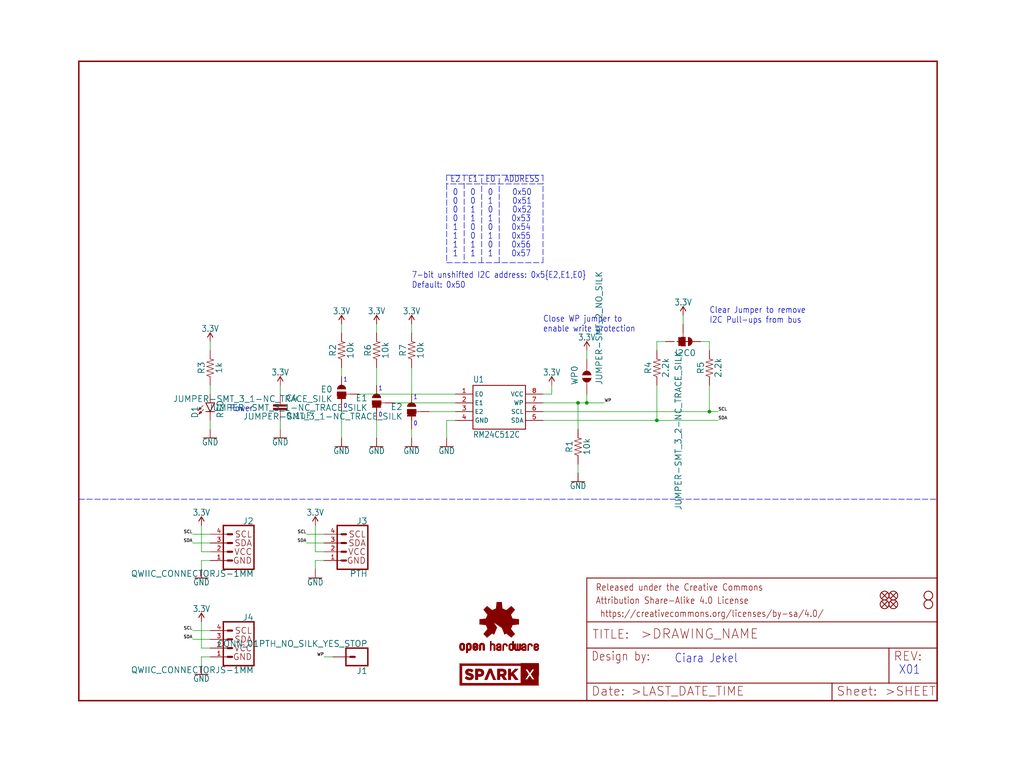
<source format=kicad_sch>
(kicad_sch (version 20211123) (generator eeschema)
  (paper "User" 297.002 223.926)
  (lib_symbols
    (symbol "eagleSchem-eagle-import:0.1UF-0603-25V-(+80{slash}-20%)"
      (property "Reference" "C" (at 1.524 2.921 0))
      (property "Value" "0.1UF-0603-25V-(+80{slash}-20%)" (at 1.524 -2.159 0))
      (symbol "0.1UF-0603-25V-(+80{slash}-20%)_1_0"
        (pin passive line (at 0 5.08 270) (length 2.54) (name "1") (number "1"))
        (pin passive line (at 0 -2.54 90) (length 2.54) (name "2") (number "2"))
      )
    )
    (symbol "eagleSchem-eagle-import:10KOHM-0603-1{slash}10W-1%"
      (property "Reference" "R" (at 0 1.524 0))
      (property "Value" "10KOHM-0603-1{slash}10W-1%" (at 0 -1.524 0))
      (symbol "10KOHM-0603-1{slash}10W-1%_1_0"
        (pin passive line (at -5.08 0 0) (length 2.54) (name "1") (number "1"))
        (pin passive line (at 5.08 0 180) (length 2.54) (name "2") (number "2"))
      )
    )
    (symbol "eagleSchem-eagle-import:1KOHM-0603-1{slash}10W-1%"
      (property "Reference" "R" (at 0 1.524 0))
      (property "Value" "1KOHM-0603-1{slash}10W-1%" (at 0 -1.524 0))
      (symbol "1KOHM-0603-1{slash}10W-1%_1_0"
        (pin passive line (at -5.08 0 0) (length 2.54) (name "1") (number "1"))
        (pin passive line (at 5.08 0 180) (length 2.54) (name "2") (number "2"))
      )
    )
    (symbol "eagleSchem-eagle-import:2.2KOHM-0603-1{slash}10W-1%"
      (property "Reference" "R" (at 0 1.524 0))
      (property "Value" "2.2KOHM-0603-1{slash}10W-1%" (at 0 -1.524 0))
      (symbol "2.2KOHM-0603-1{slash}10W-1%_1_0"
        (pin passive line (at -5.08 0 0) (length 2.54) (name "1") (number "1"))
        (pin passive line (at 5.08 0 180) (length 2.54) (name "2") (number "2"))
      )
    )
    (symbol "eagleSchem-eagle-import:3.3V" (power)
      (property "Value" "3.3V" (at 0 2.794 0))
      (symbol "3.3V_1_0"
        (pin power_in line (at 0 0 90) (length 2.54) (name "3.3V") (number "1"))
      )
    )
    (symbol "eagleSchem-eagle-import:CONN_01PTH_NO_SILK_YES_STOP"
      (property "Reference" "J" (at -2.54 3.048 0))
      (property "Value" "CONN_01PTH_NO_SILK_YES_STOP" (at -2.54 -4.826 0))
      (symbol "CONN_01PTH_NO_SILK_YES_STOP_1_0"
        (pin passive line (at 7.62 0 180) (length 5.08) (name "1") (number "1"))
      )
    )
    (symbol "eagleSchem-eagle-import:FIDUCIALUFIDUCIAL")
    (symbol "eagleSchem-eagle-import:FRAME-LETTER"
      (symbol "FRAME-LETTER_2_0"
        (text " https://creativecommons.org/licenses/by-sa/4.0/" (at 2.54 24.13 0) (effects (font (size 1.9304 1.6408)) (justify left bottom)))
        (text ">DRAWING_NAME" (at 15.494 17.78 0) (effects (font (size 2.7432 2.7432)) (justify left bottom)))
        (text ">LAST_DATE_TIME" (at 12.7 1.27 0) (effects (font (size 2.54 2.54)) (justify left bottom)))
        (text ">SHEET" (at 86.36 1.27 0) (effects (font (size 2.54 2.54)) (justify left bottom)))
        (text "Attribution Share-Alike 4.0 License" (at 2.54 27.94 0) (effects (font (size 1.9304 1.6408)) (justify left bottom)))
        (text "Date:" (at 1.27 1.27 0) (effects (font (size 2.54 2.54)) (justify left bottom)))
        (text "Design by:" (at 1.27 11.43 0) (effects (font (size 2.54 2.159)) (justify left bottom)))
        (text "Released under the Creative Commons" (at 2.54 31.75 0) (effects (font (size 1.9304 1.6408)) (justify left bottom)))
        (text "REV:" (at 88.9 11.43 0) (effects (font (size 2.54 2.54)) (justify left bottom)))
        (text "Sheet:" (at 72.39 1.27 0) (effects (font (size 2.54 2.54)) (justify left bottom)))
        (text "TITLE:" (at 1.524 17.78 0) (effects (font (size 2.54 2.54)) (justify left bottom)))
      )
    )
    (symbol "eagleSchem-eagle-import:GND" (power)
      (property "Value" "GND" (at 0 -0.254 0))
      (symbol "GND_1_0"
        (pin power_in line (at 0 2.54 270) (length 2.54) (name "GND") (number "1"))
      )
    )
    (symbol "eagleSchem-eagle-import:I2C_STANDARD_NO_SILK"
      (property "Reference" "J" (at -5.08 7.874 0))
      (property "Value" "I2C_STANDARD_NO_SILK" (at -5.08 -5.334 0))
      (symbol "I2C_STANDARD_NO_SILK_1_0"
        (text "GND" (at -4.572 -2.54 0) (effects (font (size 1.778 1.778)) (justify left)))
        (text "SCL" (at -4.572 5.08 0) (effects (font (size 1.778 1.778)) (justify left)))
        (text "SDA" (at -4.572 2.54 0) (effects (font (size 1.778 1.778)) (justify left)))
        (text "VCC" (at -4.572 0 0) (effects (font (size 1.778 1.778)) (justify left)))
        (pin power_in line (at 7.62 -2.54 180) (length 5.08) (name "GND") (number "1"))
        (pin power_in line (at 7.62 0 180) (length 5.08) (name "VCC") (number "2"))
        (pin passive line (at 7.62 2.54 180) (length 5.08) (name "SDA") (number "3"))
        (pin passive line (at 7.62 5.08 180) (length 5.08) (name "SCL") (number "4"))
      )
    )
    (symbol "eagleSchem-eagle-import:JUMPER-SMT_2_NO_SILK"
      (property "Reference" "JP" (at -2.54 2.54 0))
      (property "Value" "JUMPER-SMT_2_NO_SILK" (at -2.54 -2.54 0))
      (symbol "JUMPER-SMT_2_NO_SILK_1_0"
        (pin passive line (at -5.08 0 0) (length 2.54) (name "1") (number "1"))
        (pin passive line (at 5.08 0 180) (length 2.54) (name "2") (number "2"))
      )
    )
    (symbol "eagleSchem-eagle-import:JUMPER-SMT_3_1-NC_TRACE_SILK"
      (property "Reference" "JP" (at 2.54 0.381 0))
      (property "Value" "JUMPER-SMT_3_1-NC_TRACE_SILK" (at 2.54 -0.381 0))
      (symbol "JUMPER-SMT_3_1-NC_TRACE_SILK_1_0"
        (pin passive line (at 0 5.08 270) (length 2.54) (name "1") (number "1"))
        (pin passive line (at -5.08 0 0) (length 2.54) (name "2") (number "2"))
        (pin passive line (at 0 -5.08 90) (length 2.54) (name "3") (number "3"))
      )
    )
    (symbol "eagleSchem-eagle-import:JUMPER-SMT_3_2-NC_TRACE_SILK"
      (property "Reference" "JP" (at 2.54 0.381 0))
      (property "Value" "JUMPER-SMT_3_2-NC_TRACE_SILK" (at 2.54 -0.381 0))
      (symbol "JUMPER-SMT_3_2-NC_TRACE_SILK_1_0"
        (pin passive line (at 0 5.08 270) (length 2.54) (name "1") (number "1"))
        (pin passive line (at -5.08 0 0) (length 2.54) (name "2") (number "2"))
        (pin passive line (at 0 -5.08 90) (length 2.54) (name "3") (number "3"))
      )
    )
    (symbol "eagleSchem-eagle-import:LED-RED0603"
      (property "Reference" "D" (at -3.429 -4.572 90))
      (property "Value" "LED-RED0603" (at 1.905 -4.572 90))
      (symbol "LED-RED0603_1_0"
        (pin passive line (at 0 2.54 270) (length 2.54) (name "A") (number "A"))
        (pin passive line (at 0 -5.08 90) (length 2.54) (name "C") (number "C"))
      )
    )
    (symbol "eagleSchem-eagle-import:OSHW-LOGOMINI")
    (symbol "eagleSchem-eagle-import:QWIIC_CONNECTORJS-1MM"
      (property "Reference" "J" (at -5.08 7.874 0))
      (property "Value" "QWIIC_CONNECTORJS-1MM" (at -5.08 -5.334 0))
      (symbol "QWIIC_CONNECTORJS-1MM_1_0"
        (text "GND" (at -4.572 -2.54 0) (effects (font (size 1.778 1.778)) (justify left)))
        (text "SCL" (at -4.572 5.08 0) (effects (font (size 1.778 1.778)) (justify left)))
        (text "SDA" (at -4.572 2.54 0) (effects (font (size 1.778 1.778)) (justify left)))
        (text "VCC" (at -4.572 0 0) (effects (font (size 1.778 1.778)) (justify left)))
        (pin power_in line (at 7.62 -2.54 180) (length 5.08) (name "1") (number "1"))
        (pin power_in line (at 7.62 0 180) (length 5.08) (name "2") (number "2"))
        (pin passive line (at 7.62 2.54 180) (length 5.08) (name "3") (number "3"))
        (pin passive line (at 7.62 5.08 180) (length 5.08) (name "4") (number "4"))
      )
    )
    (symbol "eagleSchem-eagle-import:RM24C512C"
      (property "Value" "RM24C512C" (at -7.62 -10.16 0))
      (symbol "RM24C512C_1_0"
        (pin bidirectional line (at -12.7 2.54 0) (length 5.08) (name "E0") (number "1"))
        (pin bidirectional line (at -12.7 0 0) (length 5.08) (name "E1") (number "2"))
        (pin bidirectional line (at -12.7 -2.54 0) (length 5.08) (name "E2") (number "3"))
        (pin power_in line (at -12.7 -5.08 0) (length 5.08) (name "GND") (number "4"))
        (pin bidirectional line (at 12.7 -5.08 180) (length 5.08) (name "SDA") (number "5"))
        (pin bidirectional line (at 12.7 -2.54 180) (length 5.08) (name "SCL") (number "6"))
        (pin bidirectional line (at 12.7 0 180) (length 5.08) (name "WP") (number "7"))
        (pin power_in line (at 12.7 2.54 180) (length 5.08) (name "VCC") (number "8"))
      )
    )
    (symbol "eagleSchem-eagle-import:SPARKX-LOGO4")
    (symbol "eagleSchem-eagle-import:STAND-OFF")
  )
  (junction (at 190.5 121.92))
  (junction (at 167.64 116.84))
  (junction (at 170.18 116.84))
  (junction (at 205.74 119.38))
  (polyline (pts (xy 129.54 53.34) (xy 129.54 76.2)))
  (wire (pts (xy 60.96 185.42) (xy 55.88 185.42)))
  (wire (pts (xy 93.98 162.56) (xy 91.44 162.56)))
  (wire (pts (xy 198.12 91.44) (xy 198.12 93.98)))
  (wire (pts (xy 99.06 127) (xy 99.06 119.38)))
  (wire (pts (xy 93.98 154.94) (xy 88.9 154.94)))
  (wire (pts (xy 60.96 162.56) (xy 58.42 162.56)))
  (wire (pts (xy 60.96 124.46) (xy 60.96 121.92)))
  (wire (pts (xy 60.96 114.3) (xy 60.96 111.76)))
  (wire (pts (xy 167.64 137.16) (xy 167.64 134.62)))
  (wire (pts (xy 60.96 160.02) (xy 58.42 160.02)))
  (wire (pts (xy 205.74 99.06) (xy 203.2 99.06)))
  (wire (pts (xy 190.5 99.06) (xy 193.04 99.06)))
  (wire (pts (xy 60.96 190.5) (xy 58.42 190.5)))
  (polyline (pts (xy 134.62 50.8) (xy 134.62 76.2)))
  (wire (pts (xy 124.46 119.38) (xy 132.08 119.38)))
  (polyline (pts (xy 22.86 144.78) (xy 271.78 144.78)))
  (wire (pts (xy 60.96 182.88) (xy 55.88 182.88)))
  (wire (pts (xy 99.06 93.98) (xy 99.06 96.52)))
  (wire (pts (xy 190.5 121.92) (xy 208.28 121.92)))
  (wire (pts (xy 157.48 121.92) (xy 190.5 121.92)))
  (wire (pts (xy 60.96 157.48) (xy 55.88 157.48)))
  (wire (pts (xy 205.74 119.38) (xy 208.28 119.38)))
  (polyline (pts (xy 144.78 76.2) (xy 144.78 50.8)))
  (wire (pts (xy 190.5 101.6) (xy 190.5 99.06)))
  (wire (pts (xy 170.18 116.84) (xy 167.64 116.84)))
  (wire (pts (xy 58.42 160.02) (xy 58.42 152.4)))
  (wire (pts (xy 119.38 127) (xy 119.38 124.46)))
  (wire (pts (xy 109.22 127) (xy 109.22 121.92)))
  (wire (pts (xy 157.48 119.38) (xy 205.74 119.38)))
  (wire (pts (xy 99.06 106.68) (xy 99.06 109.22)))
  (wire (pts (xy 109.22 111.76) (xy 109.22 106.68)))
  (polyline (pts (xy 157.48 53.34) (xy 129.54 53.34)))
  (wire (pts (xy 157.48 116.84) (xy 167.64 116.84)))
  (polyline (pts (xy 129.54 50.8) (xy 129.54 53.34)))
  (wire (pts (xy 81.28 114.3) (xy 81.28 111.76)))
  (wire (pts (xy 132.08 116.84) (xy 114.3 116.84)))
  (wire (pts (xy 91.44 160.02) (xy 91.44 152.4)))
  (wire (pts (xy 132.08 121.92) (xy 129.54 121.92)))
  (wire (pts (xy 167.64 124.46) (xy 167.64 116.84)))
  (wire (pts (xy 58.42 190.5) (xy 58.42 193.04)))
  (wire (pts (xy 205.74 101.6) (xy 205.74 99.06)))
  (wire (pts (xy 160.02 114.3) (xy 160.02 111.76)))
  (wire (pts (xy 93.98 160.02) (xy 91.44 160.02)))
  (wire (pts (xy 58.42 187.96) (xy 58.42 180.34)))
  (polyline (pts (xy 129.54 76.2) (xy 157.48 76.2)))
  (wire (pts (xy 132.08 114.3) (xy 104.14 114.3)))
  (polyline (pts (xy 157.48 76.2) (xy 157.48 53.34)))
  (wire (pts (xy 190.5 121.92) (xy 190.5 111.76)))
  (polyline (pts (xy 157.48 50.8) (xy 157.48 53.34)))
  (wire (pts (xy 175.26 116.84) (xy 170.18 116.84)))
  (wire (pts (xy 60.96 187.96) (xy 58.42 187.96)))
  (wire (pts (xy 91.44 162.56) (xy 91.44 165.1)))
  (wire (pts (xy 170.18 101.6) (xy 170.18 104.14)))
  (wire (pts (xy 60.96 154.94) (xy 55.88 154.94)))
  (wire (pts (xy 129.54 121.92) (xy 129.54 127)))
  (wire (pts (xy 205.74 119.38) (xy 205.74 111.76)))
  (wire (pts (xy 119.38 114.3) (xy 119.38 106.68)))
  (wire (pts (xy 60.96 101.6) (xy 60.96 99.06)))
  (wire (pts (xy 170.18 116.84) (xy 170.18 114.3)))
  (wire (pts (xy 109.22 96.52) (xy 109.22 93.98)))
  (polyline (pts (xy 129.54 50.8) (xy 157.48 50.8)))
  (wire (pts (xy 119.38 96.52) (xy 119.38 93.98)))
  (wire (pts (xy 160.02 114.3) (xy 157.48 114.3)))
  (polyline (pts (xy 139.7 76.2) (xy 139.7 50.8)))
  (wire (pts (xy 93.98 157.48) (xy 88.9 157.48)))
  (wire (pts (xy 81.28 121.92) (xy 81.28 124.46)))
  (wire (pts (xy 58.42 162.56) (xy 58.42 165.1)))
  (wire (pts (xy 96.52 190.5) (xy 93.98 190.5)))
  (text "0x53" (at 151.13 63.5 180) (effects (font (size 1.778 1.5113))))
  (text "Close WP jumper to\nenable write protection" (at 157.48 96.52 180) (effects (font (size 1.778 1.5113)) (justify left bottom)))
  (text "0x57" (at 151.13 73.66 180) (effects (font (size 1.778 1.5113))))
  (text "0" (at 132.08 55.88 180) (effects (font (size 1.778 1.5113))))
  (text "0" (at 137.16 68.58 180) (effects (font (size 1.778 1.5113))))
  (text "1" (at 132.08 71.12 180) (effects (font (size 1.778 1.5113))))
  (text "1" (at 137.16 73.66 180) (effects (font (size 1.778 1.5113))))
  (text "1" (at 132.08 68.58 180) (effects (font (size 1.778 1.5113))))
  (text "Clear Jumper to remove\nI2C Pull-ups from bus" (at 205.74 93.98 180) (effects (font (size 1.778 1.5113)) (justify left bottom)))
  (text "1" (at 142.24 68.58 180) (effects (font (size 1.778 1.5113))))
  (text "0x55" (at 151.13 68.58 180) (effects (font (size 1.778 1.5113))))
  (text "1" (at 109.728 113.538 180) (effects (font (size 1.27 1.0795)) (justify left bottom)))
  (text "ADDRESS" (at 151.384 52.07 180) (effects (font (size 1.778 1.5113))))
  (text "0" (at 142.24 60.96 180) (effects (font (size 1.778 1.5113))))
  (text "0x50" (at 151.384 55.88 180) (effects (font (size 1.778 1.5113))))
  (text "0" (at 109.728 121.158 180) (effects (font (size 1.27 1.0795)) (justify left bottom)))
  (text "0x56" (at 151.13 71.12 180) (effects (font (size 1.778 1.5113))))
  (text "X01" (at 260.604 195.834 180) (effects (font (size 2.54 2.159)) (justify left bottom)))
  (text "0" (at 137.16 55.88 180) (effects (font (size 1.778 1.5113))))
  (text "E2" (at 132.08 52.07 180) (effects (font (size 1.778 1.5113))))
  (text "1" (at 137.16 71.12 180) (effects (font (size 1.778 1.5113))))
  (text "0" (at 132.08 60.96 180) (effects (font (size 1.778 1.5113))))
  (text "1" (at 99.568 110.998 180) (effects (font (size 1.27 1.0795)) (justify left bottom)))
  (text "1" (at 137.16 63.5 180) (effects (font (size 1.778 1.5113))))
  (text "0" (at 119.888 123.698 180) (effects (font (size 1.27 1.0795)) (justify left bottom)))
  (text "0" (at 137.16 66.04 180) (effects (font (size 1.778 1.5113))))
  (text "0" (at 137.16 58.42 180) (effects (font (size 1.778 1.5113))))
  (text "0x54" (at 151.13 66.04 180) (effects (font (size 1.778 1.5113))))
  (text "1" (at 142.24 58.42 180) (effects (font (size 1.778 1.5113))))
  (text "1" (at 142.24 63.5 180) (effects (font (size 1.778 1.5113))))
  (text "1" (at 137.16 60.96 180) (effects (font (size 1.778 1.5113))))
  (text "0x52" (at 151.384 60.96 180) (effects (font (size 1.778 1.5113))))
  (text "0" (at 132.08 58.42 180) (effects (font (size 1.778 1.5113))))
  (text "0" (at 99.568 118.618 180) (effects (font (size 1.27 1.0795)) (justify left bottom)))
  (text "1" (at 142.24 73.66 180) (effects (font (size 1.778 1.5113))))
  (text "1" (at 132.08 66.04 180) (effects (font (size 1.778 1.5113))))
  (text "0" (at 142.24 55.88 180) (effects (font (size 1.778 1.5113))))
  (text "E1" (at 137.16 52.07 180) (effects (font (size 1.778 1.5113))))
  (text "1" (at 132.08 73.66 180) (effects (font (size 1.778 1.5113))))
  (text "0" (at 142.24 71.12 180) (effects (font (size 1.778 1.5113))))
  (text "0" (at 142.24 66.04 180) (effects (font (size 1.778 1.5113))))
  (text "0x51" (at 151.384 58.42 180) (effects (font (size 1.778 1.5113))))
  (text "Power" (at 66.548 119.634 180) (effects (font (size 1.778 1.5113)) (justify left bottom)))
  (text "E0" (at 142.24 52.07 180) (effects (font (size 1.778 1.5113))))
  (text "1" (at 119.888 116.078 180) (effects (font (size 1.27 1.0795)) (justify left bottom)))
  (text "0" (at 132.08 63.5 180) (effects (font (size 1.778 1.5113))))
  (text "7-bit unshifted I2C address: 0x5{E2,E1,E0}\nDefault: 0x50" (at 119.38 83.82 180) (effects (font (size 1.778 1.5113)) (justify left bottom)))
  (text "Ciara Jekel" (at 195.58 192.532 180) (effects (font (size 2.54 2.159)) (justify left bottom)))
  (label "SDA" (at 55.88 185.42 180) (effects (font (size 0.889 0.889))))
  (label "SDA" (at 55.88 157.48 180) (effects (font (size 0.889 0.889))))
  (label "WP" (at 93.98 190.5 180) (effects (font (size 0.889 0.889))))
  (label "SDA" (at 208.28 121.92 0) (effects (font (size 0.889 0.889))))
  (label "WP" (at 175.26 116.84 0) (effects (font (size 0.889 0.889))))
  (label "SCL" (at 55.88 154.94 180) (effects (font (size 0.889 0.889))))
  (label "SCL" (at 55.88 182.88 180) (effects (font (size 0.889 0.889))))
  (label "SCL" (at 208.28 119.38 0) (effects (font (size 0.889 0.889))))
  (label "SCL" (at 88.9 154.94 180) (effects (font (size 0.889 0.889))))
  (label "SDA" (at 88.9 157.48 180) (effects (font (size 0.889 0.889))))
  (symbol (lib_id "eagleSchem-eagle-import:GND") (at 58.42 167.64 0) (unit 1)
    (property "Reference" "#GND6" (effects hide))
    (property "Value" "GND" (at 58.42 167.894 0) (effects (font (size 1.778 1.5113)) (justify top)))
    (property "Footprint" "eagleSchem:" (effects hide))
  )
  (symbol (lib_id "eagleSchem-eagle-import:3.3V") (at 160.02 111.76 0) (unit 1)
    (property "Reference" "#SUPPLY3" (effects hide))
    (property "Value" "3.3V" (at 160.02 108.966 0) (effects (font (size 1.778 1.5113)) (justify bottom)))
    (property "Footprint" "eagleSchem:" (effects hide))
  )
  (symbol (lib_id "eagleSchem-eagle-import:3.3V") (at 119.38 93.98 0) (unit 1)
    (property "Reference" "#SUPPLY9" (effects hide))
    (property "Value" "3.3V" (at 119.38 91.186 0) (effects (font (size 1.778 1.5113)) (justify bottom)))
    (property "Footprint" "eagleSchem:" (effects hide))
  )
  (symbol (lib_id "eagleSchem-eagle-import:GND") (at 119.38 129.54 0) (unit 1)
    (property "Reference" "#GND9" (effects hide))
    (property "Value" "GND" (at 119.38 129.794 0) (effects (font (size 1.778 1.5113)) (justify top)))
    (property "Footprint" "eagleSchem:" (effects hide))
  )
  (symbol (lib_id "eagleSchem-eagle-import:10KOHM-0603-1{slash}10W-1%") (at 119.38 101.6 90) (unit 1)
    (property "Reference" "R7" (at 117.856 101.6 0) (effects (font (size 1.778 1.778)) (justify bottom)))
    (property "Value" "10k" (at 120.904 101.6 0) (effects (font (size 1.778 1.778)) (justify top)))
    (property "Footprint" "eagleSchem:0603" (effects hide))
  )
  (symbol (lib_id "eagleSchem-eagle-import:I2C_STANDARD_NO_SILK") (at 101.6 160.02 0) (mirror y) (unit 1)
    (property "Reference" "J3" (at 106.68 152.146 0) (effects (font (size 1.778 1.778)) (justify left bottom)))
    (property "Value" "PTH" (at 106.68 165.354 0) (effects (font (size 1.778 1.778)) (justify left top)))
    (property "Footprint" "eagleSchem:1X04_NO_SILK" (effects hide))
  )
  (symbol (lib_id "eagleSchem-eagle-import:10KOHM-0603-1{slash}10W-1%") (at 167.64 129.54 90) (unit 1)
    (property "Reference" "R1" (at 166.116 129.54 0) (effects (font (size 1.778 1.778)) (justify bottom)))
    (property "Value" "10k" (at 169.164 129.54 0) (effects (font (size 1.778 1.778)) (justify top)))
    (property "Footprint" "eagleSchem:0603" (effects hide))
  )
  (symbol (lib_id "eagleSchem-eagle-import:3.3V") (at 58.42 180.34 0) (unit 1)
    (property "Reference" "#SUPPLY8" (effects hide))
    (property "Value" "3.3V" (at 58.42 177.546 0) (effects (font (size 1.778 1.5113)) (justify bottom)))
    (property "Footprint" "eagleSchem:" (effects hide))
  )
  (symbol (lib_id "eagleSchem-eagle-import:FRAME-LETTER") (at 22.86 203.2 0) (unit 1)
    (property "Reference" "FRAME1" (effects hide))
    (property "Value" "FRAME-LETTER" (effects hide))
    (property "Footprint" "eagleSchem:CREATIVE_COMMONS" (effects hide))
  )
  (symbol (lib_id "eagleSchem-eagle-import:FIDUCIALUFIDUCIAL") (at 259.08 175.26 0) (unit 1)
    (property "Reference" "JP1" (effects hide))
    (property "Value" "FIDUCIALUFIDUCIAL" (effects hide))
    (property "Footprint" "eagleSchem:MICRO-FIDUCIAL" (effects hide))
  )
  (symbol (lib_id "eagleSchem-eagle-import:GND") (at 99.06 129.54 0) (unit 1)
    (property "Reference" "#GND5" (effects hide))
    (property "Value" "GND" (at 99.06 129.794 0) (effects (font (size 1.778 1.5113)) (justify top)))
    (property "Footprint" "eagleSchem:" (effects hide))
  )
  (symbol (lib_id "eagleSchem-eagle-import:RM24C512C") (at 144.78 116.84 0) (unit 1)
    (property "Reference" "U1" (at 137.16 110.998 0) (effects (font (size 1.778 1.5113)) (justify left bottom)))
    (property "Value" "RM24C512C" (at 137.16 127 0) (effects (font (size 1.778 1.5113)) (justify left bottom)))
    (property "Footprint" "eagleSchem:SO08" (effects hide))
  )
  (symbol (lib_id "eagleSchem-eagle-import:GND") (at 81.28 127 0) (unit 1)
    (property "Reference" "#GND4" (effects hide))
    (property "Value" "GND" (at 81.28 127.254 0) (effects (font (size 1.778 1.5113)) (justify top)))
    (property "Footprint" "eagleSchem:" (effects hide))
  )
  (symbol (lib_id "eagleSchem-eagle-import:3.3V") (at 109.22 93.98 0) (unit 1)
    (property "Reference" "#SUPPLY6" (effects hide))
    (property "Value" "3.3V" (at 109.22 91.186 0) (effects (font (size 1.778 1.5113)) (justify bottom)))
    (property "Footprint" "eagleSchem:" (effects hide))
  )
  (symbol (lib_id "eagleSchem-eagle-import:LED-RED0603") (at 60.96 116.84 0) (unit 1)
    (property "Reference" "D1" (at 57.531 121.412 90) (effects (font (size 1.778 1.778)) (justify left bottom)))
    (property "Value" "RED" (at 62.865 121.412 90) (effects (font (size 1.778 1.778)) (justify left top)))
    (property "Footprint" "eagleSchem:LED-0603" (effects hide))
  )
  (symbol (lib_id "eagleSchem-eagle-import:OSHW-LOGOMINI") (at 144.78 180.34 0) (unit 1)
    (property "Reference" "LOGO1" (effects hide))
    (property "Value" "OSHW-LOGOMINI" (effects hide))
    (property "Footprint" "eagleSchem:OSHW-LOGO-MINI" (effects hide))
  )
  (symbol (lib_id "eagleSchem-eagle-import:3.3V") (at 170.18 101.6 0) (unit 1)
    (property "Reference" "#SUPPLY11" (effects hide))
    (property "Value" "3.3V" (at 170.18 98.806 0) (effects (font (size 1.778 1.5113)) (justify bottom)))
    (property "Footprint" "eagleSchem:" (effects hide))
  )
  (symbol (lib_id "eagleSchem-eagle-import:3.3V") (at 60.96 99.06 0) (unit 1)
    (property "Reference" "#SUPPLY10" (effects hide))
    (property "Value" "3.3V" (at 60.96 96.266 0) (effects (font (size 1.778 1.5113)) (justify bottom)))
    (property "Footprint" "eagleSchem:" (effects hide))
  )
  (symbol (lib_id "eagleSchem-eagle-import:GND") (at 167.64 139.7 0) (unit 1)
    (property "Reference" "#GND10" (effects hide))
    (property "Value" "GND" (at 167.64 139.954 0) (effects (font (size 1.778 1.5113)) (justify top)))
    (property "Footprint" "eagleSchem:" (effects hide))
  )
  (symbol (lib_id "eagleSchem-eagle-import:SPARKX-LOGO4") (at 144.78 195.58 0) (unit 1)
    (property "Reference" "U$2" (effects hide))
    (property "Value" "SPARKX-LOGO4" (effects hide))
    (property "Footprint" "eagleSchem:SPARKX-MEDIUM" (effects hide))
  )
  (symbol (lib_id "eagleSchem-eagle-import:GND") (at 91.44 167.64 0) (unit 1)
    (property "Reference" "#GND7" (effects hide))
    (property "Value" "GND" (at 91.44 167.894 0) (effects (font (size 1.778 1.5113)) (justify top)))
    (property "Footprint" "eagleSchem:" (effects hide))
  )
  (symbol (lib_id "eagleSchem-eagle-import:GND") (at 129.54 129.54 0) (unit 1)
    (property "Reference" "#GND1" (effects hide))
    (property "Value" "GND" (at 129.54 129.794 0) (effects (font (size 1.778 1.5113)) (justify top)))
    (property "Footprint" "eagleSchem:" (effects hide))
  )
  (symbol (lib_id "eagleSchem-eagle-import:QWIIC_CONNECTORJS-1MM") (at 68.58 160.02 0) (mirror y) (unit 1)
    (property "Reference" "J2" (at 73.66 152.146 0) (effects (font (size 1.778 1.778)) (justify left bottom)))
    (property "Value" "QWIIC_CONNECTORJS-1MM" (at 73.66 165.354 0) (effects (font (size 1.778 1.778)) (justify left top)))
    (property "Footprint" "eagleSchem:1X04_1MM_RA" (effects hide))
  )
  (symbol (lib_id "eagleSchem-eagle-import:GND") (at 58.42 195.58 0) (unit 1)
    (property "Reference" "#GND8" (effects hide))
    (property "Value" "GND" (at 58.42 195.834 0) (effects (font (size 1.778 1.5113)) (justify top)))
    (property "Footprint" "eagleSchem:" (effects hide))
  )
  (symbol (lib_id "eagleSchem-eagle-import:CONN_01PTH_NO_SILK_YES_STOP") (at 104.14 190.5 180) (unit 1)
    (property "Reference" "J1" (at 106.68 193.548 0) (effects (font (size 1.778 1.778)) (justify left bottom)))
    (property "Value" "CONN_01PTH_NO_SILK_YES_STOP" (at 106.68 185.674 0) (effects (font (size 1.778 1.778)) (justify left bottom)))
    (property "Footprint" "eagleSchem:1X01_NO_SILK" (effects hide))
  )
  (symbol (lib_id "eagleSchem-eagle-import:FIDUCIALUFIDUCIAL") (at 259.08 172.72 0) (unit 1)
    (property "Reference" "JP6" (effects hide))
    (property "Value" "FIDUCIALUFIDUCIAL" (effects hide))
    (property "Footprint" "eagleSchem:MICRO-FIDUCIAL" (effects hide))
  )
  (symbol (lib_id "eagleSchem-eagle-import:10KOHM-0603-1{slash}10W-1%") (at 109.22 101.6 90) (unit 1)
    (property "Reference" "R6" (at 107.696 101.6 0) (effects (font (size 1.778 1.778)) (justify bottom)))
    (property "Value" "10k" (at 110.744 101.6 0) (effects (font (size 1.778 1.778)) (justify top)))
    (property "Footprint" "eagleSchem:0603" (effects hide))
  )
  (symbol (lib_id "eagleSchem-eagle-import:FIDUCIALUFIDUCIAL") (at 256.54 175.26 0) (unit 1)
    (property "Reference" "JP5" (effects hide))
    (property "Value" "FIDUCIALUFIDUCIAL" (effects hide))
    (property "Footprint" "eagleSchem:MICRO-FIDUCIAL" (effects hide))
  )
  (symbol (lib_id "eagleSchem-eagle-import:3.3V") (at 198.12 91.44 0) (unit 1)
    (property "Reference" "#SUPPLY1" (effects hide))
    (property "Value" "3.3V" (at 198.12 88.646 0) (effects (font (size 1.778 1.5113)) (justify bottom)))
    (property "Footprint" "eagleSchem:" (effects hide))
  )
  (symbol (lib_id "eagleSchem-eagle-import:FRAME-LETTER") (at 170.18 203.2 0) (unit 2)
    (property "Reference" "FRAME1" (effects hide))
    (property "Value" "FRAME-LETTER" (effects hide))
    (property "Footprint" "eagleSchem:CREATIVE_COMMONS" (effects hide))
  )
  (symbol (lib_id "eagleSchem-eagle-import:1KOHM-0603-1{slash}10W-1%") (at 60.96 106.68 90) (unit 1)
    (property "Reference" "R3" (at 59.436 106.68 0) (effects (font (size 1.778 1.778)) (justify bottom)))
    (property "Value" "1k" (at 62.484 106.68 0) (effects (font (size 1.778 1.778)) (justify top)))
    (property "Footprint" "eagleSchem:0603" (effects hide))
  )
  (symbol (lib_id "eagleSchem-eagle-import:JUMPER-SMT_2_NO_SILK") (at 170.18 109.22 90) (unit 1)
    (property "Reference" "WP0" (at 167.64 111.76 0) (effects (font (size 1.778 1.778)) (justify left bottom)))
    (property "Value" "JUMPER-SMT_2_NO_SILK" (at 172.72 111.76 0) (effects (font (size 1.778 1.778)) (justify left top)))
    (property "Footprint" "eagleSchem:SMT-JUMPER_2_NO_SILK" (effects hide))
  )
  (symbol (lib_id "eagleSchem-eagle-import:GND") (at 60.96 127 0) (unit 1)
    (property "Reference" "#GND3" (effects hide))
    (property "Value" "GND" (at 60.96 127.254 0) (effects (font (size 1.778 1.5113)) (justify top)))
    (property "Footprint" "eagleSchem:" (effects hide))
  )
  (symbol (lib_id "eagleSchem-eagle-import:STAND-OFF") (at 269.24 172.72 0) (unit 1)
    (property "Reference" "JP3" (effects hide))
    (property "Value" "STAND-OFF" (effects hide))
    (property "Footprint" "eagleSchem:STAND-OFF" (effects hide))
  )
  (symbol (lib_id "eagleSchem-eagle-import:3.3V") (at 81.28 111.76 0) (unit 1)
    (property "Reference" "#SUPPLY5" (effects hide))
    (property "Value" "3.3V" (at 81.28 108.966 0) (effects (font (size 1.778 1.5113)) (justify bottom)))
    (property "Footprint" "eagleSchem:" (effects hide))
  )
  (symbol (lib_id "eagleSchem-eagle-import:JUMPER-SMT_3_1-NC_TRACE_SILK") (at 119.38 119.38 0) (mirror y) (unit 1)
    (property "Reference" "E2" (at 116.84 118.999 0) (effects (font (size 1.778 1.778)) (justify left bottom)))
    (property "Value" "JUMPER-SMT_3_1-NC_TRACE_SILK" (at 116.84 119.761 0) (effects (font (size 1.778 1.778)) (justify left top)))
    (property "Footprint" "eagleSchem:SMT-JUMPER_3_1-NC_TRACE_SILK" (effects hide))
  )
  (symbol (lib_id "eagleSchem-eagle-import:3.3V") (at 58.42 152.4 0) (unit 1)
    (property "Reference" "#SUPPLY4" (effects hide))
    (property "Value" "3.3V" (at 58.42 149.606 0) (effects (font (size 1.778 1.5113)) (justify bottom)))
    (property "Footprint" "eagleSchem:" (effects hide))
  )
  (symbol (lib_id "eagleSchem-eagle-import:JUMPER-SMT_3_1-NC_TRACE_SILK") (at 99.06 114.3 0) (mirror y) (unit 1)
    (property "Reference" "E0" (at 96.52 113.919 0) (effects (font (size 1.778 1.778)) (justify left bottom)))
    (property "Value" "JUMPER-SMT_3_1-NC_TRACE_SILK" (at 96.52 114.681 0) (effects (font (size 1.778 1.778)) (justify left top)))
    (property "Footprint" "eagleSchem:SMT-JUMPER_3_1-NC_TRACE_SILK" (effects hide))
  )
  (symbol (lib_id "eagleSchem-eagle-import:2.2KOHM-0603-1{slash}10W-1%") (at 205.74 106.68 90) (unit 1)
    (property "Reference" "R5" (at 204.216 106.68 0) (effects (font (size 1.778 1.778)) (justify bottom)))
    (property "Value" "2.2k" (at 207.264 106.68 0) (effects (font (size 1.778 1.778)) (justify top)))
    (property "Footprint" "eagleSchem:0603" (effects hide))
  )
  (symbol (lib_id "eagleSchem-eagle-import:SPARKX-LOGO4") (at 144.78 195.58 0) (unit 1)
    (property "Reference" "U$1" (effects hide))
    (property "Value" "SPARKX-LOGO4" (effects hide))
    (property "Footprint" "eagleSchem:SPARKX-MEDIUM" (effects hide))
  )
  (symbol (lib_id "eagleSchem-eagle-import:3.3V") (at 99.06 93.98 0) (unit 1)
    (property "Reference" "#SUPPLY2" (effects hide))
    (property "Value" "3.3V" (at 99.06 91.186 0) (effects (font (size 1.778 1.5113)) (justify bottom)))
    (property "Footprint" "eagleSchem:" (effects hide))
  )
  (symbol (lib_id "eagleSchem-eagle-import:JUMPER-SMT_3_2-NC_TRACE_SILK") (at 198.12 99.06 270) (unit 1)
    (property "Reference" "I2C0" (at 195.58 103.378 90) (effects (font (size 1.778 1.778)) (justify left bottom)))
    (property "Value" "JUMPER-SMT_3_2-NC_TRACE_SILK" (at 197.739 101.6 0) (effects (font (size 1.778 1.778)) (justify left top)))
    (property "Footprint" "eagleSchem:SMT-JUMPER_3_2-NC_TRACE_SILK" (effects hide))
  )
  (symbol (lib_id "eagleSchem-eagle-import:0.1UF-0603-25V-(+80{slash}-20%)") (at 81.28 119.38 0) (unit 1)
    (property "Reference" "C4" (at 82.804 116.459 0) (effects (font (size 1.778 1.778)) (justify left bottom)))
    (property "Value" "0.1uF" (at 82.804 121.539 0) (effects (font (size 1.778 1.778)) (justify left bottom)))
    (property "Footprint" "eagleSchem:0603" (effects hide))
  )
  (symbol (lib_id "eagleSchem-eagle-import:STAND-OFF") (at 269.24 175.26 0) (unit 1)
    (property "Reference" "JP4" (effects hide))
    (property "Value" "STAND-OFF" (effects hide))
    (property "Footprint" "eagleSchem:STAND-OFF" (effects hide))
  )
  (symbol (lib_id "eagleSchem-eagle-import:FIDUCIALUFIDUCIAL") (at 256.54 172.72 0) (unit 1)
    (property "Reference" "JP2" (effects hide))
    (property "Value" "FIDUCIALUFIDUCIAL" (effects hide))
    (property "Footprint" "eagleSchem:MICRO-FIDUCIAL" (effects hide))
  )
  (symbol (lib_id "eagleSchem-eagle-import:3.3V") (at 91.44 152.4 0) (unit 1)
    (property "Reference" "#SUPPLY7" (effects hide))
    (property "Value" "3.3V" (at 91.44 149.606 0) (effects (font (size 1.778 1.5113)) (justify bottom)))
    (property "Footprint" "eagleSchem:" (effects hide))
  )
  (symbol (lib_id "eagleSchem-eagle-import:10KOHM-0603-1{slash}10W-1%") (at 99.06 101.6 90) (unit 1)
    (property "Reference" "R2" (at 97.536 101.6 0) (effects (font (size 1.778 1.778)) (justify bottom)))
    (property "Value" "10k" (at 100.584 101.6 0) (effects (font (size 1.778 1.778)) (justify top)))
    (property "Footprint" "eagleSchem:0603" (effects hide))
  )
  (symbol (lib_id "eagleSchem-eagle-import:QWIIC_CONNECTORJS-1MM") (at 68.58 187.96 0) (mirror y) (unit 1)
    (property "Reference" "J4" (at 73.66 180.086 0) (effects (font (size 1.778 1.778)) (justify left bottom)))
    (property "Value" "QWIIC_CONNECTORJS-1MM" (at 73.66 193.294 0) (effects (font (size 1.778 1.778)) (justify left top)))
    (property "Footprint" "eagleSchem:1X04_1MM_RA" (effects hide))
  )
  (symbol (lib_id "eagleSchem-eagle-import:GND") (at 109.22 129.54 0) (unit 1)
    (property "Reference" "#GND2" (effects hide))
    (property "Value" "GND" (at 109.22 129.794 0) (effects (font (size 1.778 1.5113)) (justify top)))
    (property "Footprint" "eagleSchem:" (effects hide))
  )
  (symbol (lib_id "eagleSchem-eagle-import:2.2KOHM-0603-1{slash}10W-1%") (at 190.5 106.68 90) (unit 1)
    (property "Reference" "R4" (at 188.976 106.68 0) (effects (font (size 1.778 1.778)) (justify bottom)))
    (property "Value" "2.2k" (at 192.024 106.68 0) (effects (font (size 1.778 1.778)) (justify top)))
    (property "Footprint" "eagleSchem:0603" (effects hide))
  )
  (symbol (lib_id "eagleSchem-eagle-import:JUMPER-SMT_3_1-NC_TRACE_SILK") (at 109.22 116.84 0) (mirror y) (unit 1)
    (property "Reference" "E1" (at 106.68 116.459 0) (effects (font (size 1.778 1.778)) (justify left bottom)))
    (property "Value" "JUMPER-SMT_3_1-NC_TRACE_SILK" (at 106.68 117.221 0) (effects (font (size 1.778 1.778)) (justify left top)))
    (property "Footprint" "eagleSchem:SMT-JUMPER_3_1-NC_TRACE_SILK" (effects hide))
  )
)
</source>
